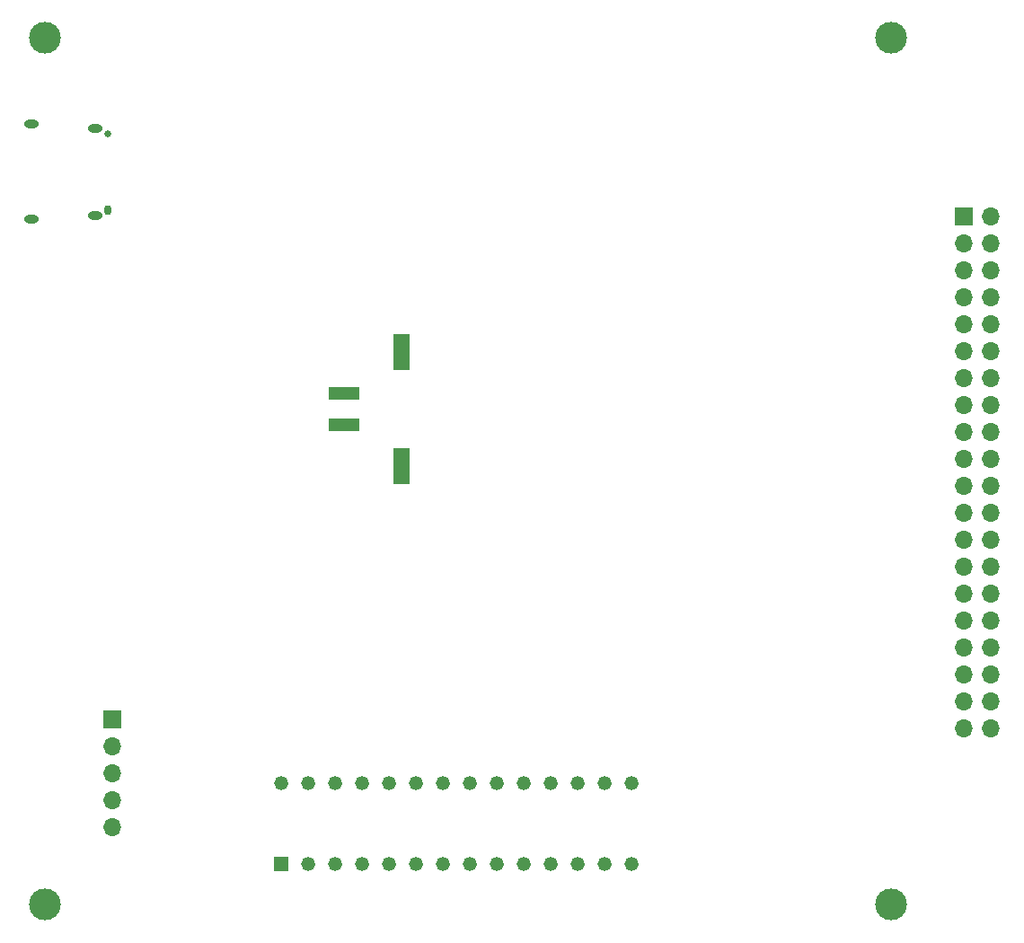
<source format=gbs>
G04 #@! TF.GenerationSoftware,KiCad,Pcbnew,(6.0.2)*
G04 #@! TF.CreationDate,2022-05-04T12:59:18-06:00*
G04 #@! TF.ProjectId,master_schematic,6d617374-6572-45f7-9363-68656d617469,rev?*
G04 #@! TF.SameCoordinates,Original*
G04 #@! TF.FileFunction,Soldermask,Bot*
G04 #@! TF.FilePolarity,Negative*
%FSLAX46Y46*%
G04 Gerber Fmt 4.6, Leading zero omitted, Abs format (unit mm)*
G04 Created by KiCad (PCBNEW (6.0.2)) date 2022-05-04 12:59:18*
%MOMM*%
%LPD*%
G01*
G04 APERTURE LIST*
%ADD10C,0.650000*%
%ADD11O,0.650000X0.950000*%
%ADD12O,1.400000X0.800000*%
%ADD13C,3.000000*%
%ADD14R,1.700000X1.700000*%
%ADD15O,1.700000X1.700000*%
%ADD16R,1.320800X1.320800*%
%ADD17C,1.320800*%
%ADD18R,2.919999X1.270000*%
%ADD19R,1.650000X3.430001*%
G04 APERTURE END LIST*
D10*
X47692400Y-69044000D03*
D11*
X47692400Y-76244000D03*
D12*
X40492400Y-68154000D03*
X46442400Y-76774000D03*
X40492400Y-77134000D03*
X46442400Y-68514000D03*
D13*
X121442000Y-141730000D03*
D14*
X128362000Y-76825000D03*
D15*
X130902000Y-76825000D03*
X128362000Y-79365000D03*
X130902000Y-79365000D03*
X128362000Y-81905000D03*
X130902000Y-81905000D03*
X128362000Y-84445000D03*
X130902000Y-84445000D03*
X128362000Y-86985000D03*
X130902000Y-86985000D03*
X128362000Y-89525000D03*
X130902000Y-89525000D03*
X128362000Y-92065000D03*
X130902000Y-92065000D03*
X128362000Y-94605000D03*
X130902000Y-94605000D03*
X128362000Y-97145000D03*
X130902000Y-97145000D03*
X128362000Y-99685000D03*
X130902000Y-99685000D03*
X128362000Y-102225000D03*
X130902000Y-102225000D03*
X128362000Y-104765000D03*
X130902000Y-104765000D03*
X128362000Y-107305000D03*
X130902000Y-107305000D03*
X128362000Y-109845000D03*
X130902000Y-109845000D03*
X128362000Y-112385000D03*
X130902000Y-112385000D03*
X128362000Y-114925000D03*
X130902000Y-114925000D03*
X128362000Y-117465000D03*
X130902000Y-117465000D03*
X128362000Y-120005000D03*
X130902000Y-120005000D03*
X128362000Y-122545000D03*
X130902000Y-122545000D03*
X128362000Y-125085000D03*
X130902000Y-125085000D03*
D16*
X64008000Y-137922000D03*
D17*
X66548000Y-137922000D03*
X69088000Y-137922000D03*
X71628000Y-137922000D03*
X74168000Y-137922000D03*
X76708000Y-137922000D03*
X79248000Y-137922000D03*
X81788000Y-137922000D03*
X84328000Y-137922000D03*
X86868000Y-137922000D03*
X89408000Y-137922000D03*
X91948000Y-137922000D03*
X94488000Y-137922000D03*
X97028000Y-137922000D03*
X97028000Y-130302000D03*
X94488000Y-130302000D03*
X91948000Y-130302000D03*
X89408000Y-130302000D03*
X86868000Y-130302000D03*
X84328000Y-130302000D03*
X81788000Y-130302000D03*
X79248000Y-130302000D03*
X76708000Y-130302000D03*
X74168000Y-130302000D03*
X71628000Y-130302000D03*
X69088000Y-130302000D03*
X66548000Y-130302000D03*
X64008000Y-130302000D03*
D13*
X41742000Y-60030000D03*
X41742000Y-141730000D03*
X121442000Y-60030000D03*
D14*
X48088000Y-124236800D03*
D15*
X48088000Y-126776800D03*
X48088000Y-129316800D03*
X48088000Y-131856800D03*
X48088000Y-134396800D03*
D18*
X69880000Y-96500000D03*
X69880000Y-93500000D03*
D19*
X75350012Y-100385006D03*
X75350012Y-89614994D03*
M02*

</source>
